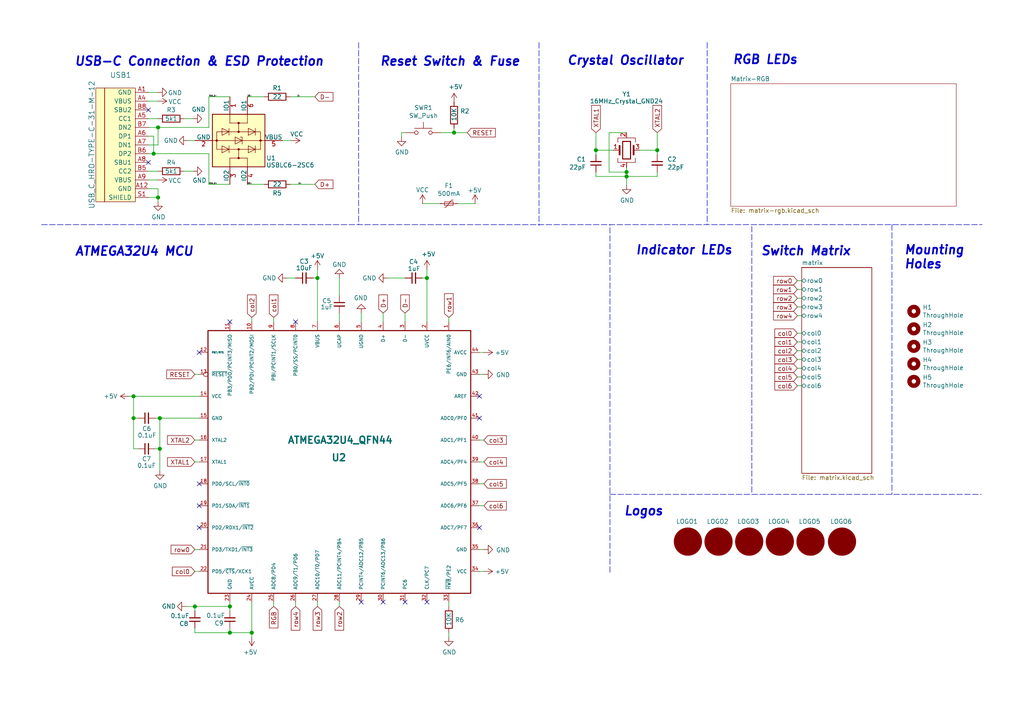
<source format=kicad_sch>
(kicad_sch (version 20211123) (generator eeschema)
  (paper "A4")
  (title_block (title "Kudox Game keyboard") (date "2019-12-23") (rev "2.0") (comment 1 "designed by x1 and inken") (comment 2 "https://github.com/kumaokobo/kudox-keyboard"))
  (lib_symbols
    (symbol "arisutea-pcb:ATmega32U4-AU-MCU_Microchip_ATmega" (pin_names (offset 1.016))
      (property "Reference" "U" (at 0 1.27 0))
      (property "Value" "ATmega32U4-AU-MCU_Microchip_ATmega" (at 0 -2.54 0))
      (symbol "ATmega32U4-AU-MCU_Microchip_ATmega_0_1"
        (rectangle (start -38.1 38.1) (end 38.1 -38.1) (stroke (width 0.3048)))
      )
      (symbol "ATmega32U4-AU-MCU_Microchip_ATmega_1_1"
        (pin bidirectional line (at -40.64 31.75 0) (length 2.54) (name "PE6/INT6/AIN0") (number "1"))
        (pin bidirectional line (at -40.64 -25.4 0) (length 2.54) (name "PB2/PDI/PCINT2/MOSI") (number "10"))
        (pin bidirectional line (at -40.64 -31.75 0) (length 2.54) (name "PB3/PDO/PCINT3/MISO") (number "11"))
        (pin bidirectional line (at -31.75 -40.64 90) (length 2.54) (name "PB7/RTS") (number "12"))
        (pin input inverted (at -25.4 -40.64 90) (length 2.54) (name "~{RESET}") (number "13"))
        (pin power_in line (at -19.05 -40.64 90) (length 2.54) (name "VCC") (number "14"))
        (pin power_in line (at -12.7 -40.64 90) (length 2.54) (name "GND") (number "15"))
        (pin input line (at -6.35 -40.64 90) (length 2.54) (name "XTAL2") (number "16"))
        (pin input line (at 0 -40.64 90) (length 2.54) (name "XTAL1") (number "17"))
        (pin bidirectional line (at 6.35 -40.64 90) (length 2.54) (name "PD0/SCL/~{INT0}") (number "18"))
        (pin bidirectional line (at 12.7 -40.64 90) (length 2.54) (name "PD1/SDA/~{INT1}") (number "19"))
        (pin power_in line (at -40.64 25.4 0) (length 2.54) (name "UVCC") (number "2"))
        (pin bidirectional line (at 19.05 -40.64 90) (length 2.54) (name "PD2/RDX1/~{INT2}") (number "20"))
        (pin bidirectional line (at 25.4 -40.64 90) (length 2.54) (name "PD3/TXD1/~{INT3}") (number "21"))
        (pin bidirectional line (at 31.75 -40.64 90) (length 2.54) (name "PD5/~{CTS}/XCK1") (number "22"))
        (pin power_in line (at 40.64 -31.75 180) (length 2.54) (name "GND") (number "23"))
        (pin power_in line (at 40.64 -25.4 180) (length 2.54) (name "AVCC") (number "24"))
        (pin bidirectional line (at 40.64 -19.05 180) (length 2.54) (name "ADC8/PD4") (number "25"))
        (pin bidirectional line (at 40.64 -12.7 180) (length 2.54) (name "ADC9/T1/PD6") (number "26"))
        (pin bidirectional line (at 40.64 -6.35 180) (length 2.54) (name "ADC10/T0/PD7") (number "27"))
        (pin bidirectional line (at 40.64 0 180) (length 2.54) (name "ADC11/PCINT4/PB4") (number "28"))
        (pin bidirectional line (at 40.64 6.35 180) (length 2.54) (name "PCINT4/ADC12/PB5") (number "29"))
        (pin bidirectional line (at -40.64 19.05 0) (length 2.54) (name "D-") (number "3"))
        (pin bidirectional line (at 40.64 12.7 180) (length 2.54) (name "PCINT6/ADC13/PB6") (number "30"))
        (pin bidirectional line (at 40.64 19.05 180) (length 2.54) (name "PC6") (number "31"))
        (pin bidirectional line (at 40.64 25.4 180) (length 2.54) (name "CLK/PC7") (number "32"))
        (pin bidirectional line (at 40.64 31.75 180) (length 2.54) (name "~{HWB}/PE2") (number "33"))
        (pin power_in line (at 31.75 40.64 270) (length 2.54) (name "VCC") (number "34"))
        (pin power_in line (at 25.4 40.64 270) (length 2.54) (name "GND") (number "35"))
        (pin bidirectional line (at 19.05 40.64 270) (length 2.54) (name "ADC7/PF7") (number "36"))
        (pin bidirectional line (at 12.7 40.64 270) (length 2.54) (name "ADC6/PF6") (number "37"))
        (pin bidirectional line (at 6.35 40.64 270) (length 2.54) (name "ADC5/PF5") (number "38"))
        (pin bidirectional line (at 0 40.64 270) (length 2.54) (name "ADC4/PF4") (number "39"))
        (pin bidirectional line (at -40.64 12.7 0) (length 2.54) (name "D+") (number "4"))
        (pin bidirectional line (at -6.35 40.64 270) (length 2.54) (name "ADC1/PF1") (number "40"))
        (pin bidirectional line (at -12.7 40.64 270) (length 2.54) (name "ADC0/PF0") (number "41"))
        (pin input line (at -19.05 40.64 270) (length 2.54) (name "AREF") (number "42"))
        (pin power_in line (at -25.4 40.64 270) (length 2.54) (name "GND") (number "43"))
        (pin power_in line (at -31.75 40.64 270) (length 2.54) (name "AVCC") (number "44"))
        (pin power_in line (at -40.64 6.35 0) (length 2.54) (name "UGND") (number "5"))
        (pin input line (at -40.64 0 0) (length 2.54) (name "UCAP") (number "6"))
        (pin power_in line (at -40.64 -6.35 0) (length 2.54) (name "VBUS") (number "7"))
        (pin bidirectional line (at -40.64 -12.7 0) (length 2.54) (name "PB0/SS/PCINT0") (number "8"))
        (pin bidirectional line (at -40.64 -19.05 0) (length 2.54) (name "PBI/PCINT1/SCLK") (number "9"))
      )
    )
    (symbol "arisutea-pcb:Device_C_Small" (pin_numbers hide) (pin_names (offset 0.254) hide)
      (property "Reference" "C" (at 0.254 1.778 0))
      (property "Value" "Device_C_Small" (at 0.254 -2.032 0))
      (symbol "Device_C_Small_0_1"
        (polyline (pts (xy -1.524 -0.508) (xy 1.524 -0.508)) (stroke (width 0.3302)))
        (polyline (pts (xy -1.524 0.508) (xy 1.524 0.508)) (stroke (width 0.3048)))
      )
      (symbol "Device_C_Small_1_1"
        (pin passive line (at 0 2.54 270) (length 2.032) (name "~") (number "1"))
        (pin passive line (at 0 -2.54 90) (length 2.032) (name "~") (number "2"))
      )
    )
    (symbol "arisutea-pcb:Device_Crystal_GND24" (pin_names (offset 1.016) hide)
      (property "Reference" "Y" (at 3.175 5.08 0))
      (property "Value" "Device_Crystal_GND24" (at 3.175 3.175 0))
      (symbol "Device_Crystal_GND24_0_1"
        (rectangle (start -1.143 2.54) (end 1.143 -2.54) (stroke (width 0.3048)))
        (polyline (pts (xy -2.54 0) (xy -2.032 0)))
        (polyline (pts (xy -2.032 -1.27) (xy -2.032 1.27)) (stroke (width 0.508)))
        (polyline (pts (xy 0 -3.81) (xy 0 -3.556)))
        (polyline (pts (xy 0 3.556) (xy 0 3.81)))
        (polyline (pts (xy 2.032 -1.27) (xy 2.032 1.27)) (stroke (width 0.508)))
        (polyline (pts (xy 2.032 0) (xy 2.54 0)))
        (polyline (pts (xy -2.54 -2.286) (xy -2.54 -3.556) (xy 2.54 -3.556) (xy 2.54 -2.286)))
        (polyline (pts (xy -2.54 2.286) (xy -2.54 3.556) (xy 2.54 3.556) (xy 2.54 2.286)))
      )
      (symbol "Device_Crystal_GND24_1_1"
        (pin passive line (at -3.81 0 0) (length 1.27) (name "1") (number "1"))
        (pin passive line (at 0 5.08 270) (length 1.27) (name "2") (number "2"))
        (pin passive line (at 3.81 0 180) (length 1.27) (name "3") (number "3"))
        (pin passive line (at 0 -5.08 90) (length 1.27) (name "4") (number "4"))
      )
    )
    (symbol "arisutea-pcb:Device_Polyfuse_Small" (pin_numbers hide) (pin_names (offset 0))
      (property "Reference" "F" (at -1.905 0 90))
      (property "Value" "Device_Polyfuse_Small" (at 1.905 0 90))
      (symbol "Device_Polyfuse_Small_0_1"
        (rectangle (start -0.508 1.27) (end 0.508 -1.27))
        (polyline (pts (xy 0 2.54) (xy 0 -2.54)))
        (polyline (pts (xy -1.016 1.27) (xy -1.016 0.762) (xy 1.016 -0.762) (xy 1.016 -1.27)))
      )
      (symbol "Device_Polyfuse_Small_1_1"
        (pin passive line (at 0 2.54 270) (length 0.635) (name "~") (number "1"))
        (pin passive line (at 0 -2.54 90) (length 0.635) (name "~") (number "2"))
      )
    )
    (symbol "arisutea-pcb:Device_R" (pin_numbers hide) (pin_names (offset 0))
      (property "Reference" "R" (at 2.032 0 90))
      (property "Value" "Device_R" (at 0 0 90))
      (symbol "Device_R_0_1"
        (rectangle (start -1.016 -2.54) (end 1.016 2.54) (stroke (width 0.254)))
      )
      (symbol "Device_R_1_1"
        (pin passive line (at 0 3.81 270) (length 1.27) (name "~") (number "1"))
        (pin passive line (at 0 -3.81 90) (length 1.27) (name "~") (number "2"))
      )
    )
    (symbol "arisutea-pcb:LOGO" (pin_numbers hide) (pin_names (offset 0) hide)
      (property "Reference" "LOGO" (at 0 -6.35 0))
      (property "Value" "LOGO" (at 0 6.35 0))
      (symbol "LOGO_0_1"
        (circle (center 0 0) (radius 4.0132) (fill (type outline)))
      )
    )
    (symbol "arisutea-pcb:Mechanical_MountingHole" (pin_names (offset 1.016))
      (property "Reference" "H" (at 0 5.08 0))
      (property "Value" "Mechanical_MountingHole" (at 0 3.175 0))
      (symbol "Mechanical_MountingHole_0_1"
        (circle (center 0 0) (radius 1.27) (stroke (width 1.27)))
      )
    )
    (symbol "arisutea-pcb:Switch_SW_Push" (pin_numbers hide) (pin_names (offset 1.016) hide)
      (property "Reference" "SW" (at 1.27 2.54 0))
      (property "Value" "Switch_SW_Push" (at 0 -1.524 0))
      (symbol "Switch_SW_Push_0_1"
        (circle (center -2.032 0) (radius 0.508))
        (polyline (pts (xy 0 1.27) (xy 0 3.048)))
        (polyline (pts (xy 2.54 1.27) (xy -2.54 1.27)))
        (circle (center 2.032 0) (radius 0.508))
        (pin passive line (at -5.08 0 0) (length 2.54) (name "1") (number "1"))
        (pin passive line (at 5.08 0 180) (length 2.54) (name "2") (number "2"))
      )
    )
    (symbol "arisutea-pcb:USBLC6-2SC6-Power_Protection" (pin_names (offset 0))
      (property "Reference" "U" (at 5.08 8.89 0))
      (property "Value" "USBLC6-2SC6-Power_Protection" (at 10.16 -10.16 0))
      (symbol "USBLC6-2SC6-Power_Protection_0_1"
        (rectangle (start -7.62 -7.62) (end 7.62 7.62) (stroke (width 0.254)) (fill (type background)))
        (circle (center -5.08 0) (radius 0.254) (fill (type outline)))
        (circle (center -2.54 0) (radius 0.254) (fill (type outline)))
        (rectangle (start -2.54 6.35) (end 2.54 -6.35))
        (circle (center 0 -6.35) (radius 0.254) (fill (type outline)))
        (polyline (pts (xy -5.08 -2.54) (xy -7.62 -2.54)))
        (polyline (pts (xy -5.08 0) (xy -5.08 -2.54)))
        (polyline (pts (xy -5.08 2.54) (xy -7.62 2.54)))
        (polyline (pts (xy -1.524 -2.794) (xy -3.556 -2.794)))
        (polyline (pts (xy -1.524 4.826) (xy -3.556 4.826)))
        (polyline (pts (xy 0 -7.62) (xy 0 -6.35)))
        (polyline (pts (xy 0 -6.35) (xy 0 1.27)))
        (polyline (pts (xy 0 1.27) (xy 0 6.35)))
        (polyline (pts (xy 0 6.35) (xy 0 7.62)))
        (polyline (pts (xy 1.524 -2.794) (xy 3.556 -2.794)))
        (polyline (pts (xy 1.524 4.826) (xy 3.556 4.826)))
        (polyline (pts (xy 5.08 -2.54) (xy 7.62 -2.54)))
        (polyline (pts (xy 5.08 0) (xy 5.08 -2.54)))
        (polyline (pts (xy 5.08 2.54) (xy 7.62 2.54)))
        (polyline (pts (xy -2.54 0) (xy -5.08 0) (xy -5.08 2.54)))
        (polyline (pts (xy 2.54 0) (xy 5.08 0) (xy 5.08 2.54)))
        (polyline (pts (xy -3.556 -4.826) (xy -1.524 -4.826) (xy -2.54 -2.794) (xy -3.556 -4.826)))
        (polyline (pts (xy -3.556 2.794) (xy -1.524 2.794) (xy -2.54 4.826) (xy -3.556 2.794)))
        (polyline (pts (xy -1.016 -1.016) (xy 1.016 -1.016) (xy 0 1.016) (xy -1.016 -1.016)))
        (polyline (pts (xy 1.016 1.016) (xy 0.762 1.016) (xy -1.016 1.016) (xy -1.016 0.508)))
        (polyline (pts (xy 3.556 -4.826) (xy 1.524 -4.826) (xy 2.54 -2.794) (xy 3.556 -4.826)))
        (polyline (pts (xy 3.556 2.794) (xy 1.524 2.794) (xy 2.54 4.826) (xy 3.556 2.794)))
        (circle (center 0 6.35) (radius 0.254) (fill (type outline)))
        (circle (center 2.54 0) (radius 0.254) (fill (type outline)))
        (circle (center 5.08 0) (radius 0.254) (fill (type outline)))
      )
      (symbol "USBLC6-2SC6-Power_Protection_1_1"
        (pin passive line (at -12.7 -2.54 0) (length 5.08) (name "IO1") (number "1"))
        (pin passive line (at 0 -12.7 90) (length 5.08) (name "GND") (number "2"))
        (pin passive line (at 12.7 -2.54 180) (length 5.08) (name "IO2") (number "3"))
        (pin passive line (at 12.7 2.54 180) (length 5.08) (name "IO2") (number "4"))
        (pin passive line (at 0 12.7 270) (length 5.08) (name "VBUS") (number "5"))
        (pin passive line (at -12.7 2.54 0) (length 5.08) (name "IO1") (number "6"))
      )
    )
    (symbol "arisutea-pcb:USB_HRO-TYPE-C-31-M-12" (pin_names (offset 1.016))
      (property "Reference" "USB" (at -5.08 16.51 0))
      (property "Value" "USB_HRO-TYPE-C-31-M-12" (at -10.16 -1.27 90))
      (symbol "USB_HRO-TYPE-C-31-M-12_0_1"
        (rectangle (start -11.43 15.24) (end -8.89 -17.78) (fill (type background)))
        (rectangle (start 0 -17.78) (end -8.89 15.24) (fill (type background)))
      )
      (symbol "USB_HRO-TYPE-C-31-M-12_1_1"
        (pin input line (at 3.81 13.97 180) (length 3.81) (name "GND") (number "A1"))
        (pin input line (at 3.81 -13.97 180) (length 3.81) (name "GND") (number "A12"))
        (pin input line (at 3.81 11.43 180) (length 3.81) (name "VBUS") (number "A4"))
        (pin input line (at 3.81 6.35 180) (length 3.81) (name "CC1") (number "A5"))
        (pin input line (at 3.81 1.27 180) (length 3.81) (name "DP1") (number "A6"))
        (pin input line (at 3.81 -1.27 180) (length 3.81) (name "DN1") (number "A7"))
        (pin input line (at 3.81 -6.35 180) (length 3.81) (name "SBU1") (number "A8"))
        (pin input line (at 3.81 -11.43 180) (length 3.81) (name "VBUS") (number "A9"))
        (pin input line (at 3.81 -8.89 180) (length 3.81) (name "CC2") (number "B5"))
        (pin input line (at 3.81 -3.81 180) (length 3.81) (name "DP2") (number "B6"))
        (pin input line (at 3.81 3.81 180) (length 3.81) (name "DN2") (number "B7"))
        (pin input line (at 3.81 8.89 180) (length 3.81) (name "SBU2") (number "B8"))
        (pin input line (at 3.81 -16.51 180) (length 3.81) (name "SHIELD") (number "S1"))
      )
    )
    (symbol "power:+5V" (power) (pin_names (offset 0))
      (property "Value" "+5V" (at 0 3.556 0))
      (symbol "+5V_0_1"
        (polyline (pts (xy -0.762 1.27) (xy 0 2.54)))
        (polyline (pts (xy 0 0) (xy 0 2.54)))
        (polyline (pts (xy 0 2.54) (xy 0.762 1.27)))
      )
      (symbol "+5V_1_1"
        (pin power_in line (at 0 0 90) (length 0) hide (name "+5V") (number "1"))
      )
    )
    (symbol "power:GND" (power) (pin_names (offset 0))
      (property "Value" "GND" (at 0 -3.81 0))
      (symbol "GND_0_1"
        (polyline (pts (xy 0 0) (xy 0 -1.27) (xy 1.27 -1.27) (xy 0 -2.54) (xy -1.27 -1.27) (xy 0 -1.27)))
      )
      (symbol "GND_1_1"
        (pin power_in line (at 0 0 270) (length 0) hide (name "GND") (number "1"))
      )
    )
    (symbol "power:VCC" (power) (pin_names (offset 0))
      (property "Value" "VCC" (at 0 3.81 0))
      (symbol "VCC_0_1"
        (polyline (pts (xy -0.762 1.27) (xy 0 2.54)))
        (polyline (pts (xy 0 0) (xy 0 2.54)))
        (polyline (pts (xy 0 2.54) (xy 0.762 1.27)))
      )
      (symbol "VCC_1_1"
        (pin power_in line (at 0 0 90) (length 0) hide (name "VCC") (number "1"))
      )
    )
  )
  (junction (at 45.847 36.957) (diameter 1.016))
  (junction (at 66.675 175.895) (diameter 1.016))
  (junction (at 46.355 130.175) (diameter 1.016))
  (junction (at 56.515 175.895) (diameter 1.016))
  (junction (at 131.699 38.481) (diameter 1.016))
  (junction (at 38.735 121.285) (diameter 1.016))
  (junction (at 181.737 49.911) (diameter 1.016))
  (junction (at 172.847 43.561) (diameter 1.016))
  (junction (at 46.355 121.285) (diameter 1.016))
  (junction (at 38.735 114.935) (diameter 1.016))
  (junction (at 190.627 43.561) (diameter 1.016))
  (junction (at 44.577 44.577) (diameter 1.016))
  (junction (at 66.675 183.515) (diameter 1.016))
  (junction (at 45.847 57.277) (diameter 1.016))
  (junction (at 73.025 183.515) (diameter 1.016))
  (junction (at 181.737 51.181) (diameter 1.016))
  (junction (at 92.075 80.645) (diameter 1.016))
  (junction (at 123.825 80.645) (diameter 1.016))
  (no_connect (at 139.065 114.935))
  (no_connect (at 139.065 121.285))
  (no_connect (at 85.725 93.345))
  (no_connect (at 43.053 47.117))
  (no_connect (at 43.053 31.877))
  (no_connect (at 57.785 102.235))
  (no_connect (at 66.675 93.345))
  (no_connect (at 104.775 174.625))
  (no_connect (at 57.785 153.035))
  (no_connect (at 57.785 146.685))
  (no_connect (at 57.785 140.335))
  (no_connect (at 139.065 153.035))
  (no_connect (at 123.825 174.625))
  (no_connect (at 117.475 174.625))
  (no_connect (at 111.125 174.625))
  (wire (pts (xy 232.537 81.407) (xy 231.267 81.407)))
  (wire (pts (xy 84.201 53.467) (xy 91.313 53.467)))
  (wire (pts (xy 73.025 92.075) (xy 73.025 93.345)))
  (wire (pts (xy 57.785 165.735) (xy 56.515 165.735)))
  (wire (pts (xy 172.847 49.911) (xy 172.847 51.181)))
  (wire (pts (xy 185.547 43.561) (xy 190.627 43.561)))
  (wire (pts (xy 66.675 177.165) (xy 66.675 175.895)))
  (wire (pts (xy 139.065 165.735) (xy 140.335 165.735)))
  (wire (pts (xy 190.627 43.561) (xy 190.627 44.831)))
  (wire (pts (xy 60.579 36.957) (xy 45.847 36.957)))
  (wire (pts (xy 117.475 90.805) (xy 117.475 93.345)))
  (wire (pts (xy 231.267 106.807) (xy 232.537 106.807)))
  (wire (pts (xy 53.467 49.657) (xy 56.007 49.657)))
  (wire (pts (xy 53.467 34.417) (xy 56.007 34.417)))
  (wire (pts (xy 43.053 57.277) (xy 45.847 57.277)))
  (wire (pts (xy 37.465 114.935) (xy 38.735 114.935)))
  (wire (pts (xy 123.825 80.645) (xy 123.825 93.345)))
  (wire (pts (xy 231.267 86.487) (xy 232.537 86.487)))
  (wire (pts (xy 56.515 183.515) (xy 56.515 182.245)))
  (wire (pts (xy 231.267 99.187) (xy 232.537 99.187)))
  (wire (pts (xy 60.579 28.067) (xy 60.579 36.957)))
  (wire (pts (xy 176.657 49.911) (xy 181.737 49.911)))
  (wire (pts (xy 43.053 29.337) (xy 45.847 29.337)))
  (wire (pts (xy 38.735 130.175) (xy 40.005 130.175)))
  (wire (pts (xy 43.053 54.737) (xy 45.847 54.737)))
  (wire (pts (xy 127.635 59.055) (xy 122.555 59.055)))
  (wire (pts (xy 79.375 93.345) (xy 79.375 92.075)))
  (wire (pts (xy 231.267 101.727) (xy 232.537 101.727)))
  (wire (pts (xy 130.175 92.075) (xy 130.175 93.345)))
  (polyline (pts (xy 176.911 165.989) (xy 176.911 65.151)) (stroke (width 0) (type dash)))
  (polyline (pts (xy 104.013 12.319) (xy 104.013 65.151)) (stroke (width 0) (type dash)))
  (wire (pts (xy 56.515 183.515) (xy 66.675 183.515)))
  (wire (pts (xy 81.915 40.767) (xy 84.455 40.767)))
  (wire (pts (xy 56.515 175.895) (xy 66.675 175.895)))
  (wire (pts (xy 45.847 36.957) (xy 43.053 36.957)))
  (wire (pts (xy 92.075 80.645) (xy 92.075 93.345)))
  (wire (pts (xy 79.375 174.625) (xy 79.375 175.895)))
  (wire (pts (xy 122.555 80.645) (xy 123.825 80.645)))
  (wire (pts (xy 190.627 49.911) (xy 190.627 51.181)))
  (wire (pts (xy 38.735 114.935) (xy 38.735 121.285)))
  (wire (pts (xy 181.737 51.181) (xy 181.737 49.911)))
  (wire (pts (xy 127.889 38.481) (xy 131.699 38.481)))
  (wire (pts (xy 46.355 130.175) (xy 46.355 136.525)))
  (wire (pts (xy 172.847 43.561) (xy 172.847 44.831)))
  (wire (pts (xy 172.847 43.561) (xy 172.847 38.481)))
  (wire (pts (xy 43.053 26.797) (xy 45.847 26.797)))
  (wire (pts (xy 43.053 49.657) (xy 45.847 49.657)))
  (wire (pts (xy 181.737 53.721) (xy 181.737 51.181)))
  (wire (pts (xy 66.675 183.515) (xy 73.025 183.515)))
  (wire (pts (xy 172.847 43.561) (xy 177.927 43.561)))
  (polyline (pts (xy 205.105 12.319) (xy 205.105 65.151)) (stroke (width 0) (type dash)))
  (wire (pts (xy 231.267 96.647) (xy 232.537 96.647)))
  (wire (pts (xy 46.355 121.285) (xy 45.085 121.285)))
  (wire (pts (xy 139.065 102.235) (xy 140.335 102.235)))
  (wire (pts (xy 44.577 44.577) (xy 44.577 39.497)))
  (wire (pts (xy 60.579 53.467) (xy 60.579 44.577)))
  (wire (pts (xy 38.735 121.285) (xy 38.735 130.175)))
  (wire (pts (xy 43.053 44.577) (xy 44.577 44.577)))
  (wire (pts (xy 44.577 39.497) (xy 43.053 39.497)))
  (wire (pts (xy 132.715 59.055) (xy 137.795 59.055)))
  (wire (pts (xy 60.579 44.577) (xy 44.577 44.577)))
  (wire (pts (xy 66.675 28.067) (xy 60.579 28.067)))
  (wire (pts (xy 90.805 80.645) (xy 92.075 80.645)))
  (wire (pts (xy 231.267 109.347) (xy 232.537 109.347)))
  (wire (pts (xy 92.075 175.895) (xy 92.075 174.625)))
  (wire (pts (xy 117.729 38.481) (xy 116.459 38.481)))
  (wire (pts (xy 84.201 28.067) (xy 91.313 28.067)))
  (wire (pts (xy 176.657 38.481) (xy 176.657 49.911)))
  (wire (pts (xy 46.355 121.285) (xy 57.785 121.285)))
  (wire (pts (xy 104.775 90.805) (xy 104.775 93.345)))
  (wire (pts (xy 83.185 80.645) (xy 85.725 80.645)))
  (wire (pts (xy 43.053 42.037) (xy 45.847 42.037)))
  (wire (pts (xy 139.065 108.585) (xy 140.335 108.585)))
  (wire (pts (xy 45.847 42.037) (xy 45.847 36.957)))
  (wire (pts (xy 130.175 184.785) (xy 130.175 183.515)))
  (wire (pts (xy 190.627 51.181) (xy 181.737 51.181)))
  (polyline (pts (xy 258.699 65.151) (xy 258.699 143.383)) (stroke (width 0) (type dash)))
  (wire (pts (xy 56.515 127.635) (xy 57.785 127.635)))
  (wire (pts (xy 53.975 175.895) (xy 56.515 175.895)))
  (wire (pts (xy 231.267 104.267) (xy 232.537 104.267)))
  (wire (pts (xy 73.025 183.515) (xy 73.025 184.785)))
  (wire (pts (xy 111.125 90.805) (xy 111.125 93.345)))
  (wire (pts (xy 56.515 159.385) (xy 57.785 159.385)))
  (wire (pts (xy 66.675 53.467) (xy 60.579 53.467)))
  (wire (pts (xy 181.737 49.911) (xy 181.737 48.641)))
  (wire (pts (xy 231.267 91.567) (xy 232.537 91.567)))
  (wire (pts (xy 71.755 28.067) (xy 76.581 28.067)))
  (wire (pts (xy 232.537 83.947) (xy 231.267 83.947)))
  (wire (pts (xy 45.847 54.737) (xy 45.847 57.277)))
  (wire (pts (xy 131.699 37.211) (xy 131.699 38.481)))
  (wire (pts (xy 112.395 80.645) (xy 117.475 80.645)))
  (wire (pts (xy 231.267 89.027) (xy 232.537 89.027)))
  (wire (pts (xy 46.355 121.285) (xy 46.355 130.175)))
  (wire (pts (xy 123.825 78.105) (xy 123.825 80.645)))
  (wire (pts (xy 139.065 127.635) (xy 140.335 127.635)))
  (polyline (pts (xy 218.059 65.659) (xy 218.059 143.383)) (stroke (width 0) (type dash)))
  (wire (pts (xy 54.483 40.767) (xy 56.515 40.767)))
  (wire (pts (xy 139.065 159.385) (xy 140.335 159.385)))
  (wire (pts (xy 46.355 130.175) (xy 45.085 130.175)))
  (wire (pts (xy 43.053 34.417) (xy 45.847 34.417)))
  (wire (pts (xy 130.175 174.625) (xy 130.175 175.895)))
  (wire (pts (xy 98.425 90.805) (xy 98.425 93.345)))
  (wire (pts (xy 71.755 53.467) (xy 76.581 53.467)))
  (wire (pts (xy 38.735 121.285) (xy 40.005 121.285)))
  (wire (pts (xy 73.025 174.625) (xy 73.025 183.515)))
  (wire (pts (xy 172.847 51.181) (xy 181.737 51.181)))
  (wire (pts (xy 139.065 146.685) (xy 140.335 146.685)))
  (polyline (pts (xy 176.911 143.383) (xy 284.607 143.383)) (stroke (width 0) (type dash)))
  (wire (pts (xy 98.425 175.895) (xy 98.425 174.625)))
  (wire (pts (xy 66.675 174.625) (xy 66.675 175.895)))
  (wire (pts (xy 131.699 38.481) (xy 135.509 38.481)))
  (wire (pts (xy 116.459 38.481) (xy 116.459 39.751)))
  (polyline (pts (xy 156.337 12.319) (xy 156.337 65.405)) (stroke (width 0) (type dash)))
  (wire (pts (xy 56.515 108.585) (xy 57.785 108.585)))
  (wire (pts (xy 45.847 57.277) (xy 45.847 58.547)))
  (wire (pts (xy 66.675 183.515) (xy 66.675 182.245)))
  (wire (pts (xy 231.267 111.887) (xy 232.537 111.887)))
  (wire (pts (xy 98.425 80.645) (xy 98.425 85.725)))
  (wire (pts (xy 56.515 133.985) (xy 57.785 133.985)))
  (wire (pts (xy 181.737 38.481) (xy 176.657 38.481)))
  (wire (pts (xy 38.735 114.935) (xy 57.785 114.935)))
  (wire (pts (xy 139.065 133.985) (xy 140.335 133.985)))
  (wire (pts (xy 92.075 78.105) (xy 92.075 80.645)))
  (wire (pts (xy 190.627 43.561) (xy 190.627 38.481)))
  (wire (pts (xy 56.515 177.165) (xy 56.515 175.895)))
  (wire (pts (xy 139.065 140.335) (xy 140.335 140.335)))
  (wire (pts (xy 43.053 52.197) (xy 45.847 52.197)))
  (polyline (pts (xy 12.065 65.151) (xy 284.861 65.151)) (stroke (width 0) (type dash)))
  (wire (pts (xy 85.725 175.895) (xy 85.725 174.625)))
  (text "Indicator LEDs" (at 212.598 74.168 180) (effects (font (size 2.54 2.54) (thickness 0.508) bold italic) (justify right bottom)))
  (text "ATMEGA32U4 MCU" (at 56.261 74.549 180) (effects (font (size 2.54 2.54) (thickness 0.508) bold italic) (justify right bottom)))
  (text "USB-C Connection & ESD Protection" (at 94.107 19.431 180) (effects (font (size 2.54 2.54) (thickness 0.508) bold italic) (justify right bottom)))
  (text "Logos" (at 192.532 149.86 180) (effects (font (size 2.54 2.54) (thickness 0.508) bold italic) (justify right bottom)))
  (text "Mounting\nHoles" (at 262.128 78.232 0) (effects (font (size 2.54 2.54) (thickness 0.508) bold italic) (justify left bottom)))
  (text "Reset Switch & Fuse" (at 151.003 19.431 180) (effects (font (size 2.54 2.54) (thickness 0.508) bold italic) (justify right bottom)))
  (text "Switch Matrix" (at 246.888 74.422 180) (effects (font (size 2.54 2.54) (thickness 0.508) bold italic) (justify right bottom)))
  (text "RGB LEDs" (at 231.521 18.923 180) (effects (font (size 2.54 2.54) (thickness 0.508) bold italic) (justify right bottom)))
  (text "Crystal Oscillator" (at 198.501 19.177 180) (effects (font (size 2.54 2.54) (thickness 0.508) bold italic) (justify right bottom)))
  (label "D+" (at 86.5387 53.467 0) (effects (font (size 0.381 0.381))))
  (label "RAW_D-" (at 60.579 28.067 0) (effects (font (size 0.381 0.381))))
  (label "D-" (at 86.233 28.067 0) (effects (font (size 0.381 0.381))))
  (label "DR-" (at 71.755 28.067 0) (effects (font (size 0.381 0.381))))
  (label "DR+" (at 71.755 53.467 0) (effects (font (size 0.381 0.381))))
  (label "RAW_D+" (at 60.579 53.467 0) (effects (font (size 0.381 0.381))))
  (global_label "col0" (shape input) (at 231.267 96.647 180) (property "Intersheet References" "${INTERSHEET_REFS}" (effects hide)))
  (global_label "row0" (shape input) (at 56.515 159.385 180) (property "Intersheet References" "${INTERSHEET_REFS}" (effects hide)))
  (global_label "col6" (shape input) (at 140.335 146.685 0) (property "Intersheet References" "${INTERSHEET_REFS}" (effects hide)))
  (global_label "RGB" (shape input) (at 79.375 175.895 270) (property "Intersheet References" "${INTERSHEET_REFS}" (effects hide)))
  (global_label "XTAL1" (shape input) (at 172.847 38.481 90) (property "Intersheet References" "${INTERSHEET_REFS}" (effects hide)))
  (global_label "row1" (shape input) (at 130.175 92.075 90) (property "Intersheet References" "${INTERSHEET_REFS}" (effects hide)))
  (global_label "row3" (shape input) (at 231.267 89.027 180) (property "Intersheet References" "${INTERSHEET_REFS}" (effects hide)))
  (global_label "XTAL2" (shape input) (at 56.515 127.635 180) (property "Intersheet References" "${INTERSHEET_REFS}" (effects hide)))
  (global_label "col0" (shape input) (at 56.515 165.735 180) (property "Intersheet References" "${INTERSHEET_REFS}" (effects hide)))
  (global_label "row2" (shape input) (at 231.267 86.487 180) (property "Intersheet References" "${INTERSHEET_REFS}" (effects hide)))
  (global_label "col6" (shape input) (at 231.267 111.887 180) (property "Intersheet References" "${INTERSHEET_REFS}" (effects hide)))
  (global_label "col4" (shape input) (at 140.335 133.985 0) (property "Intersheet References" "${INTERSHEET_REFS}" (effects hide)))
  (global_label "XTAL1" (shape input) (at 56.515 133.985 180) (property "Intersheet References" "${INTERSHEET_REFS}" (effects hide)))
  (global_label "col4" (shape input) (at 231.267 106.807 180) (property "Intersheet References" "${INTERSHEET_REFS}" (effects hide)))
  (global_label "D+" (shape input) (at 91.313 53.467 0) (property "Intersheet References" "${INTERSHEET_REFS}" (effects hide)))
  (global_label "row0" (shape input) (at 231.267 81.407 180) (property "Intersheet References" "${INTERSHEET_REFS}" (effects hide)))
  (global_label "col5" (shape input) (at 140.335 140.335 0) (property "Intersheet References" "${INTERSHEET_REFS}" (effects hide)))
  (global_label "XTAL2" (shape input) (at 190.627 38.481 90) (property "Intersheet References" "${INTERSHEET_REFS}" (effects hide)))
  (global_label "D-" (shape input) (at 91.313 28.067 0) (property "Intersheet References" "${INTERSHEET_REFS}" (effects hide)))
  (global_label "col2" (shape input) (at 73.025 92.075 90) (property "Intersheet References" "${INTERSHEET_REFS}" (effects hide)))
  (global_label "col1" (shape input) (at 79.375 92.075 90) (property "Intersheet References" "${INTERSHEET_REFS}" (effects hide)))
  (global_label "col3" (shape input) (at 140.335 127.635 0) (property "Intersheet References" "${INTERSHEET_REFS}" (effects hide)))
  (global_label "row4" (shape input) (at 231.267 91.567 180) (property "Intersheet References" "${INTERSHEET_REFS}" (effects hide)))
  (global_label "col5" (shape input) (at 231.267 109.347 180) (property "Intersheet References" "${INTERSHEET_REFS}" (effects hide)))
  (global_label "RESET" (shape input) (at 135.509 38.481 0) (property "Intersheet References" "${INTERSHEET_REFS}" (effects hide)))
  (global_label "RESET" (shape input) (at 56.515 108.585 180) (property "Intersheet References" "${INTERSHEET_REFS}" (effects hide)))
  (global_label "row4" (shape input) (at 85.725 175.895 270) (property "Intersheet References" "${INTERSHEET_REFS}" (effects hide)))
  (global_label "D-" (shape input) (at 117.475 90.805 90) (property "Intersheet References" "${INTERSHEET_REFS}" (effects hide)))
  (global_label "row2" (shape input) (at 98.425 175.895 270) (property "Intersheet References" "${INTERSHEET_REFS}" (effects hide)))
  (global_label "D+" (shape input) (at 111.125 90.805 90) (property "Intersheet References" "${INTERSHEET_REFS}" (effects hide)))
  (global_label "col3" (shape input) (at 231.267 104.267 180) (property "Intersheet References" "${INTERSHEET_REFS}" (effects hide)))
  (global_label "col2" (shape input) (at 231.267 101.727 180) (property "Intersheet References" "${INTERSHEET_REFS}" (effects hide)))
  (global_label "row1" (shape input) (at 231.267 83.947 180) (property "Intersheet References" "${INTERSHEET_REFS}" (effects hide)))
  (global_label "col1" (shape input) (at 231.267 99.187 180) (property "Intersheet References" "${INTERSHEET_REFS}" (effects hide)))
  (global_label "row3" (shape input) (at 92.075 175.895 270) (property "Intersheet References" "${INTERSHEET_REFS}" (effects hide)))
  (symbol (lib_id "arisutea-pcb:Device_C_Small") (at 120.015 80.645 90) (unit 1)
    (property "Reference" "C4" (at 121.3104 75.9206 90) (effects (justify left)))
    (property "Value" "1uF" (at 121.92 77.9272 90) (effects (justify left)))
    (property "Footprint" "3x6_components:C_0805_2012Metric_Pad1.18x1.45mm_HandSolder" (effects hide))
    (property "LCSC" "C28323" (effects hide))
  )
  (symbol (lib_id "arisutea-pcb:Mechanical_MountingHole") (at 265.049 105.537 0) (unit 1)
    (property "Reference" "H4" (at 267.589 104.3686 0) (effects (justify left)))
    (property "Value" "ThroughHole" (at 267.589 106.68 0) (effects (justify left)))
    (property "Footprint" "kudox_game_footprints:HOLE_M3" (effects hide))
  )
  (symbol (lib_id "power:GND") (at 53.975 175.895 270) (unit 1)
    (property "Reference" "#PWR026" (effects hide))
    (property "Value" "GND" (at 48.9712 175.8696 90))
  )
  (symbol (lib_id "arisutea-pcb:Device_C_Small") (at 98.425 88.265 0) (unit 1)
    (property "Reference" "C5" (at 93.4212 87.249 0) (effects (justify left)))
    (property "Value" "1uF" (at 92.9386 89.0524 0) (effects (justify left)))
    (property "Footprint" "3x6_components:C_0805_2012Metric_Pad1.18x1.45mm_HandSolder" (effects hide))
    (property "LCSC" "C28323" (effects hide))
  )
  (symbol (lib_id "power:GND") (at 56.007 34.417 90) (unit 1)
    (property "Reference" "#PWR04" (effects hide))
    (property "Value" "GND" (at 57.6072 31.75 90))
  )
  (symbol (lib_id "arisutea-pcb:Device_C_Small") (at 56.515 179.705 180) (unit 1)
    (property "Reference" "C8" (at 54.6862 180.8988 0) (effects (justify left)))
    (property "Value" "0.1uF" (at 54.9148 178.6128 0) (effects (justify left)))
    (property "Footprint" "3x6_components:C_0805_2012Metric_Pad1.18x1.45mm_HandSolder" (effects hide))
    (property "LCSC" "C28233" (effects hide))
  )
  (symbol (lib_id "arisutea-pcb:ATmega32U4-AU-MCU_Microchip_ATmega") (at 98.425 133.985 270) (unit 1)
    (property "Reference" "U2" (at 95.885 132.715 90) (effects (font (size 2.0066 2.0066) bold) (justify left)))
    (property "Value" "ATMEGA32U4_QFN44" (at 83.185 127.635 90) (effects (font (size 2.0066 2.0066) bold) (justify left)))
    (property "Footprint" "3x6_components:TQFP-44_10x10mm_P0.8mm" (effects hide))
    (property "LCSC" "C44854" (effects hide))
  )
  (symbol (lib_id "arisutea-pcb:Device_R") (at 130.175 179.705 0) (unit 1)
    (property "Reference" "R6" (at 131.953 179.8066 0) (effects (justify left)))
    (property "Value" "10K" (at 130.2004 181.5338 90) (effects (justify left)))
    (property "Footprint" "3x6_components:R_0805_2012Metric_Pad1.20x1.40mm_HandSolder" (effects hide))
    (property "LCSC" "C17414" (effects hide))
  )
  (symbol (lib_id "arisutea-pcb:LOGO") (at 235.077 157.099 0) (unit 1)
    (property "Reference" "LOGO5" (at 234.823 151.257 0))
    (property "Value" "QMK_Logo_Light" (effects hide))
    (property "Footprint" "3x6_graphics:QMK_Logo_Light" (effects hide))
  )
  (symbol (lib_id "power:+5V") (at 137.795 59.055 0) (unit 1)
    (property "Reference" "#PWR013" (effects hide))
    (property "Value" "+5V" (at 137.6426 55.2196 0))
  )
  (symbol (lib_id "power:GND") (at 54.483 40.767 270) (unit 1)
    (property "Reference" "#PWR06" (effects hide))
    (property "Value" "GND" (at 49.5554 40.767 90))
  )
  (symbol (lib_id "arisutea-pcb:Device_R") (at 131.699 33.401 0) (unit 1)
    (property "Reference" "R2" (at 133.477 32.2326 0) (effects (justify left)))
    (property "Value" "10K" (at 131.699 35.179 90) (effects (justify left)))
    (property "Footprint" "3x6_components:R_0805_2012Metric_Pad1.20x1.40mm_HandSolder" (effects hide))
    (property "LCSC" "C17414" (effects hide))
  )
  (symbol (lib_id "arisutea-pcb:Device_C_Small") (at 42.545 130.175 90) (unit 1)
    (property "Reference" "C7" (at 43.8658 133.096 90) (effects (justify left)))
    (property "Value" "0.1uF" (at 45.2628 135.0264 90) (effects (justify left)))
    (property "Footprint" "3x6_components:C_0805_2012Metric_Pad1.18x1.45mm_HandSolder" (effects hide))
    (property "LCSC" "C28233" (effects hide))
  )
  (symbol (lib_id "arisutea-pcb:LOGO") (at 244.221 157.099 0) (unit 1)
    (property "Reference" "LOGO6" (at 243.967 151.257 0))
    (property "Value" "QMK_Logo_Light" (effects hide))
    (property "Footprint" "3x6_graphics:QMK_Logo_Light" (effects hide))
  )
  (symbol (lib_id "arisutea-pcb:LOGO") (at 226.187 157.099 0) (unit 1)
    (property "Reference" "LOGO4" (at 225.933 151.257 0))
    (property "Value" "OSHW Logo" (effects hide))
    (property "Footprint" "3x6_graphics:osh-logo" (effects hide))
  )
  (symbol (lib_id "arisutea-pcb:Mechanical_MountingHole") (at 265.049 110.617 0) (unit 1)
    (property "Reference" "H5" (at 267.589 109.4486 0) (effects (justify left)))
    (property "Value" "ThroughHole" (at 267.589 111.76 0) (effects (justify left)))
    (property "Footprint" "kudox_game_footprints:HOLE_M3" (effects hide))
  )
  (symbol (lib_id "power:VCC") (at 45.847 29.337 270) (unit 1)
    (property "Reference" "#PWR02" (effects hide))
    (property "Value" "VCC" (at 50.7492 29.5148 90))
  )
  (symbol (lib_id "arisutea-pcb:LOGO") (at 208.407 157.099 0) (unit 1)
    (property "Reference" "LOGO2" (at 208.153 151.257 0))
    (property "Value" "arisutea_logo" (effects hide))
    (property "Footprint" "3x6_graphics:warning_sign_3.6x3.2mm" (effects hide))
  )
  (symbol (lib_id "power:+5V") (at 92.075 78.105 0) (unit 1)
    (property "Reference" "#PWR014" (effects hide))
    (property "Value" "+5V" (at 92.0496 74.2188 0))
  )
  (symbol (lib_id "arisutea-pcb:Device_C_Small") (at 42.545 121.285 90) (unit 1)
    (property "Reference" "C6" (at 43.9166 124.333 90) (effects (justify left)))
    (property "Value" "0.1uF" (at 45.3898 126.2634 90) (effects (justify left)))
    (property "Footprint" "3x6_components:C_0805_2012Metric_Pad1.18x1.45mm_HandSolder" (effects hide))
    (property "LCSC" "C28233" (effects hide))
  )
  (symbol (lib_id "arisutea-pcb:USBLC6-2SC6-Power_Protection") (at 69.215 40.767 270) (unit 1)
    (property "Reference" "U1" (at 78.613 45.847 90))
    (property "Value" "USBLC6-2SC6" (at 84.201 47.879 90))
    (property "Footprint" "3x6_components:SOT-23-6_Handsoldering" (effects hide))
    (property "LCSC" "C7519" (effects hide))
  )
  (symbol (lib_id "arisutea-pcb:Device_C_Small") (at 172.847 47.371 0) (mirror x) (unit 1)
    (property "Reference" "C1" (at 169.9514 46.2026 0) (effects (justify right)))
    (property "Value" "22pF" (at 169.9514 48.514 0) (effects (justify right)))
    (property "Footprint" "3x6_components:C_0805_2012Metric_Pad1.18x1.45mm_HandSolder" (effects hide))
    (property "LCSC" "C1804" (effects hide))
  )
  (symbol (lib_id "arisutea-pcb:Mechanical_MountingHole") (at 265.049 90.297 0) (unit 1)
    (property "Reference" "H1" (at 267.589 89.1286 0) (effects (justify left)))
    (property "Value" "ThroughHole" (at 267.589 91.44 0) (effects (justify left)))
    (property "Footprint" "kudox_game_footprints:HOLE_M3" (effects hide))
  )
  (symbol (lib_id "power:GND") (at 112.395 80.645 270) (unit 1)
    (property "Reference" "#PWR018" (effects hide))
    (property "Value" "GND" (at 107.1372 80.6704 90))
  )
  (symbol (lib_id "power:+5V") (at 73.025 184.785 180) (unit 1)
    (property "Reference" "#PWR027" (effects hide))
    (property "Value" "+5V" (at 72.5932 189.1792 0))
  )
  (symbol (lib_id "arisutea-pcb:LOGO") (at 217.297 157.099 0) (unit 1)
    (property "Reference" "LOGO3" (at 217.043 151.257 0))
    (property "Value" "OSHW Logo" (effects hide))
    (property "Footprint" "3x6_graphics:osh-logo" (effects hide))
  )
  (symbol (lib_id "arisutea-pcb:Device_R") (at 80.391 53.467 270) (unit 1)
    (property "Reference" "R5" (at 80.391 56.007 90))
    (property "Value" "22" (at 80.391 53.467 90))
    (property "Footprint" "3x6_components:R_0805_2012Metric_Pad1.20x1.40mm_HandSolder" (effects hide))
    (property "LCSC" "C17561" (effects hide))
  )
  (symbol (lib_id "arisutea-pcb:Switch_SW_Push") (at 122.809 38.481 0) (unit 1)
    (property "Reference" "SWR1" (at 122.809 31.242 0))
    (property "Value" "SW_Push" (at 122.809 33.5534 0))
    (property "Footprint" "3x6_components:SW_SPST_TL3342" (effects hide))
    (property "LCSC" "C318884" (effects hide))
  )
  (symbol (lib_id "power:GND") (at 98.425 80.645 180) (unit 1)
    (property "Reference" "#PWR017" (effects hide))
    (property "Value" "GND" (at 98.425 76.7334 0))
  )
  (symbol (lib_id "arisutea-pcb:Device_Polyfuse_Small") (at 130.175 59.055 270) (unit 1)
    (property "Reference" "F1" (at 130.175 53.848 90))
    (property "Value" "500mA" (at 130.175 56.1594 90))
    (property "Footprint" "3x6_components:Fuse_1206_3216Metric_Pad1.42x1.75mm_HandSolder" (effects hide))
    (property "LCSC" "C70068" (effects hide))
  )
  (symbol (lib_id "power:GND") (at 140.335 108.585 90) (unit 1)
    (property "Reference" "#PWR021" (effects hide))
    (property "Value" "GND" (at 145.8976 108.7374 90))
  )
  (symbol (lib_id "arisutea-pcb:Mechanical_MountingHole") (at 265.049 100.457 0) (unit 1)
    (property "Reference" "H3" (at 267.589 99.2886 0) (effects (justify left)))
    (property "Value" "ThroughHole" (at 267.589 101.6 0) (effects (justify left)))
    (property "Footprint" "kudox_game_footprints:HOLE_M3" (effects hide))
  )
  (symbol (lib_id "power:GND") (at 130.175 184.785 0) (unit 1)
    (property "Reference" "#PWR028" (effects hide))
    (property "Value" "GND" (at 130.302 189.1792 0))
  )
  (symbol (lib_id "arisutea-pcb:Device_C_Small") (at 88.265 80.645 90) (unit 1)
    (property "Reference" "C3" (at 89.5604 75.819 90) (effects (justify left)))
    (property "Value" "10uF" (at 90.678 77.724 90) (effects (justify left)))
    (property "Footprint" "3x6_components:C_0805_2012Metric_Pad1.18x1.45mm_HandSolder" (effects hide))
    (property "LCSC" "C15850" (effects hide))
  )
  (symbol (lib_id "power:GND") (at 104.775 90.805 180) (unit 1)
    (property "Reference" "#PWR019" (effects hide))
    (property "Value" "GND" (at 104.648 86.4108 0))
  )
  (symbol (lib_id "power:+5V") (at 37.465 114.935 90) (unit 1)
    (property "Reference" "#PWR022" (effects hide))
    (property "Value" "+5V" (at 32.0548 114.9096 90))
  )
  (symbol (lib_id "power:GND") (at 45.847 26.797 90) (unit 1)
    (property "Reference" "#PWR01" (effects hide))
    (property "Value" "GND" (at 50.7492 26.924 90))
  )
  (symbol (lib_id "power:GND") (at 45.847 58.547 0) (unit 1)
    (property "Reference" "#PWR011" (effects hide))
    (property "Value" "GND" (at 45.974 62.9412 0))
  )
  (symbol (lib_id "power:+5V") (at 140.335 102.235 270) (unit 1)
    (property "Reference" "#PWR020" (effects hide))
    (property "Value" "+5V" (at 145.5674 102.2858 90))
  )
  (symbol (lib_id "power:+5V") (at 140.335 165.735 270) (unit 1)
    (property "Reference" "#PWR025" (effects hide))
    (property "Value" "+5V" (at 145.5674 165.7858 90))
  )
  (symbol (lib_id "power:GND") (at 56.007 49.657 90) (unit 1)
    (property "Reference" "#PWR08" (effects hide))
    (property "Value" "GND" (at 57.8612 52.324 90))
  )
  (symbol (lib_id "power:GND") (at 140.335 159.385 90) (unit 1)
    (property "Reference" "#PWR024" (effects hide))
    (property "Value" "GND" (at 145.8976 159.5374 90))
  )
  (symbol (lib_id "arisutea-pcb:Device_C_Small") (at 190.627 47.371 0) (unit 1)
    (property "Reference" "C2" (at 193.548 46.2026 0) (effects (justify left)))
    (property "Value" "22pF" (at 193.548 48.514 0) (effects (justify left)))
    (property "Footprint" "3x6_components:C_0805_2012Metric_Pad1.18x1.45mm_HandSolder" (effects hide))
    (property "LCSC" "C1804" (effects hide))
  )
  (symbol (lib_id "arisutea-pcb:LOGO") (at 199.517 157.099 0) (unit 1)
    (property "Reference" "LOGO1" (at 199.263 151.257 0))
    (property "Value" "arisutea_logo" (effects hide))
    (property "Footprint" "3x6_graphics:warning_sign_3.6x3.2mm" (effects hide))
  )
  (symbol (lib_id "arisutea-pcb:Device_R") (at 49.657 34.417 270) (unit 1)
    (property "Reference" "R3" (at 49.657 31.877 90))
    (property "Value" "5k1" (at 49.657 34.417 90))
    (property "Footprint" "3x6_components:R_0805_2012Metric_Pad1.20x1.40mm_HandSolder" (effects hide))
    (property "LCSC" "C27834" (effects hide))
  )
  (symbol (lib_id "power:+5V") (at 123.825 78.105 0) (unit 1)
    (property "Reference" "#PWR015" (effects hide))
    (property "Value" "+5V" (at 124.2568 73.7108 0))
  )
  (symbol (lib_id "arisutea-pcb:Mechanical_MountingHole") (at 265.049 95.377 0) (unit 1)
    (property "Reference" "H2" (at 267.589 94.2086 0) (effects (justify left)))
    (property "Value" "ThroughHole" (at 267.589 96.52 0) (effects (justify left)))
    (property "Footprint" "kudox_game_footprints:HOLE_M3" (effects hide))
  )
  (symbol (lib_id "power:+5V") (at 131.699 29.591 0) (unit 1)
    (property "Reference" "#PWR03" (effects hide))
    (property "Value" "+5V" (at 132.1308 25.1968 0))
  )
  (symbol (lib_id "power:VCC") (at 45.847 52.197 270) (unit 1)
    (property "Reference" "#PWR09" (effects hide))
    (property "Value" "VCC" (at 50.7492 52.3748 90))
  )
  (symbol (lib_id "power:GND") (at 181.737 53.721 0) (unit 1)
    (property "Reference" "#PWR010" (effects hide))
    (property "Value" "GND" (at 181.864 58.1152 0))
  )
  (symbol (lib_id "arisutea-pcb:Device_Crystal_GND24") (at 181.737 43.561 0) (unit 1)
    (property "Reference" "Y1" (at 180.467 27.305 0) (effects (justify left)))
    (property "Value" "16MHz_Crystal_GND24" (at 171.069 29.337 0) (effects (justify left)))
    (property "Footprint" "3x6_components:Crystal_SMD_TXC_7M-4Pin_3.2x2.5mm_HandSoldering" (effects hide))
    (property "LCSC" "C89371" (effects hide))
  )
  (symbol (lib_id "arisutea-pcb:USB_HRO-TYPE-C-31-M-12") (at 39.243 40.767 0) (unit 1)
    (property "Reference" "USB1" (at 35.0012 21.7678 0) (effects (font (size 1.524 1.524))))
    (property "Value" "USB_C_HRO-TYPE-C-31-M-12" (at 26.6192 41.9862 90) (effects (font (size 1.524 1.524))))
    (property "Footprint" "3x6_connectors:USB_C-31-M-12" (effects hide))
    (property "LCSC" "C319148" (effects hide))
  )
  (symbol (lib_id "power:GND") (at 46.355 136.525 0) (unit 1)
    (property "Reference" "#PWR023" (effects hide))
    (property "Value" "GND" (at 46.482 140.9192 0))
  )
  (symbol (lib_id "power:GND") (at 116.459 39.751 0) (unit 1)
    (property "Reference" "#PWR05" (effects hide))
    (property "Value" "GND" (at 116.586 44.1452 0))
  )
  (symbol (lib_id "arisutea-pcb:Device_R") (at 49.657 49.657 270) (unit 1)
    (property "Reference" "R4" (at 49.657 47.117 90))
    (property "Value" "5k1" (at 49.657 49.657 90))
    (property "Footprint" "3x6_components:R_0805_2012Metric_Pad1.20x1.40mm_HandSolder" (effects hide))
    (property "LCSC" "C27834" (effects hide))
  )
  (symbol (lib_id "arisutea-pcb:Device_R") (at 80.391 28.067 270) (unit 1)
    (property "Reference" "R1" (at 80.391 25.527 90))
    (property "Value" "22" (at 80.391 28.067 90))
    (property "Footprint" "3x6_components:R_0805_2012Metric_Pad1.20x1.40mm_HandSolder" (effects hide))
    (property "LCSC" "C17561" (effects hide))
  )
  (symbol (lib_id "power:VCC") (at 122.555 59.055 0) (unit 1)
    (property "Reference" "#PWR012" (effects hide))
    (property "Value" "VCC" (at 122.5296 55.0926 0))
  )
  (symbol (lib_id "power:VCC") (at 84.455 40.767 270) (unit 1)
    (property "Reference" "#PWR07" (effects hide))
    (property "Value" "VCC" (at 86.0552 38.9128 90))
  )
  (symbol (lib_id "power:GND") (at 83.185 80.645 270) (unit 1)
    (property "Reference" "#PWR016" (effects hide))
    (property "Value" "GND" (at 78.105 80.645 90))
  )
  (symbol (lib_id "arisutea-pcb:Device_C_Small") (at 66.675 179.705 180) (unit 1)
    (property "Reference" "C9" (at 64.897 180.7464 0) (effects (justify left)))
    (property "Value" "0.1uF" (at 65.3034 178.5366 0) (effects (justify left)))
    (property "Footprint" "3x6_components:C_0805_2012Metric_Pad1.18x1.45mm_HandSolder" (effects hide))
    (property "LCSC" "C28233" (effects hide))
  )
  (sheet (at 232.537 77.597) (size 20.32 59.69)
    (property "Sheet name" "matrix" (at 232.537 76.9615 0) (effects (justify left bottom)))
    (property "Sheet file" "matrix.kicad_sch" (at 232.537 137.7955 0) (effects (justify left top)))
    (pin "row0" tri_state (at 232.537 81.407 180))
    (pin "row1" tri_state (at 232.537 83.947 180))
    (pin "row2" tri_state (at 232.537 86.487 180))
    (pin "row3" tri_state (at 232.537 89.027 180))
    (pin "row4" tri_state (at 232.537 91.567 180))
    (pin "col0" tri_state (at 232.537 96.647 180))
    (pin "col1" tri_state (at 232.537 99.187 180))
    (pin "col2" tri_state (at 232.537 101.727 180))
    (pin "col3" tri_state (at 232.537 104.267 180))
    (pin "col4" tri_state (at 232.537 106.807 180))
    (pin "col5" tri_state (at 232.537 109.347 180))
    (pin "col6" tri_state (at 232.537 111.887 180))
  )
  (sheet (at 211.963 24.257) (size 65.405 35.56) (stroke (width 0.0006))
    (property "Sheet name" "Matrix-RGB" (at 211.963 23.6213 0) (effects (justify left bottom)))
    (property "Sheet file" "matrix-rgb.kicad_sch" (at 211.963 60.3257 0) (effects (justify left top)))
  )
)
</source>
